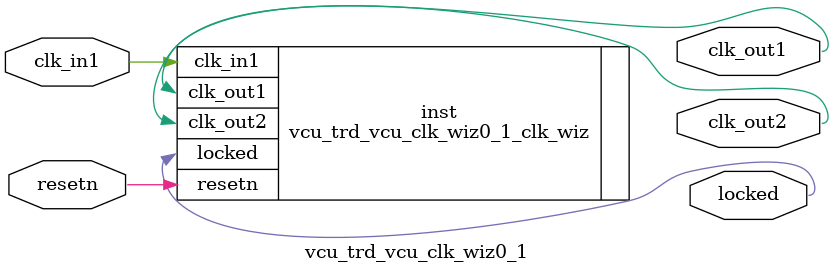
<source format=v>


`timescale 1ps/1ps

(* CORE_GENERATION_INFO = "vcu_trd_vcu_clk_wiz0_1,clk_wiz_v6_0_1_0_0,{component_name=vcu_trd_vcu_clk_wiz0_1,use_phase_alignment=false,use_min_o_jitter=false,use_max_i_jitter=false,use_dyn_phase_shift=false,use_inclk_switchover=false,use_dyn_reconfig=false,enable_axi=0,feedback_source=FDBK_AUTO,PRIMITIVE=MMCM,num_out_clk=2,clkin1_period=10.000,clkin2_period=10.000,use_power_down=false,use_reset=true,use_locked=true,use_inclk_stopped=false,feedback_type=SINGLE,CLOCK_MGR_TYPE=NA,manual_override=false}" *)

module vcu_trd_vcu_clk_wiz0_1 
 (
  // Clock out ports
  output        clk_out1,
  output        clk_out2,
  // Status and control signals
  input         resetn,
  output        locked,
 // Clock in ports
  input         clk_in1
 );

  vcu_trd_vcu_clk_wiz0_1_clk_wiz inst
  (
  // Clock out ports  
  .clk_out1(clk_out1),
  .clk_out2(clk_out2),
  // Status and control signals               
  .resetn(resetn), 
  .locked(locked),
 // Clock in ports
  .clk_in1(clk_in1)
  );

endmodule

</source>
